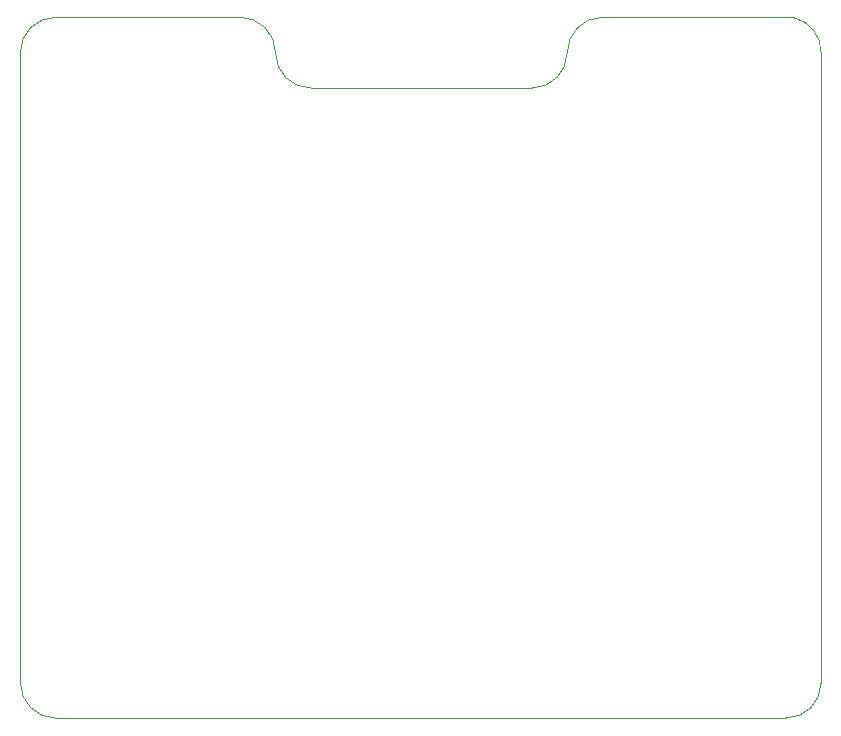
<source format=gbr>
G04 #@! TF.GenerationSoftware,KiCad,Pcbnew,(5.1.10-1-10_14)*
G04 #@! TF.CreationDate,2021-09-22T09:52:58+10:00*
G04 #@! TF.ProjectId,esp32_smart_keezer,65737033-325f-4736-9d61-72745f6b6565,1*
G04 #@! TF.SameCoordinates,Original*
G04 #@! TF.FileFunction,Profile,NP*
%FSLAX46Y46*%
G04 Gerber Fmt 4.6, Leading zero omitted, Abs format (unit mm)*
G04 Created by KiCad (PCBNEW (5.1.10-1-10_14)) date 2021-09-22 09:52:58*
%MOMM*%
%LPD*%
G01*
G04 APERTURE LIST*
G04 #@! TA.AperFunction,Profile*
%ADD10C,0.050000*%
G04 #@! TD*
G04 APERTURE END LIST*
D10*
X132250000Y-81000000D02*
X150950000Y-81000000D01*
X132250000Y-81000000D02*
G75*
G02*
X129250000Y-78000000I0J3000000D01*
G01*
X153950000Y-78000000D02*
G75*
G02*
X150950000Y-81000000I-3000000J0D01*
G01*
X153950000Y-78000000D02*
G75*
G02*
X156950000Y-75000000I3000000J0D01*
G01*
X126250000Y-75000000D02*
G75*
G02*
X129250000Y-78000000I0J-3000000D01*
G01*
X110650000Y-75000000D02*
X126250000Y-75000000D01*
X107650000Y-78000000D02*
G75*
G02*
X110650000Y-75000000I3000000J0D01*
G01*
X173057820Y-75012184D02*
G75*
G02*
X175450000Y-78051666I-607820J-2939482D01*
G01*
X175450000Y-131350000D02*
G75*
G02*
X172450000Y-134350000I-3000000J0D01*
G01*
X110650000Y-134350000D02*
G75*
G02*
X107650000Y-131350000I0J3000000D01*
G01*
X175450000Y-78051666D02*
X175450000Y-131350000D01*
X172450000Y-134350000D02*
X110650000Y-134350000D01*
X107650000Y-131350000D02*
X107650000Y-78000000D01*
X156950000Y-75000000D02*
X173057820Y-75012184D01*
M02*

</source>
